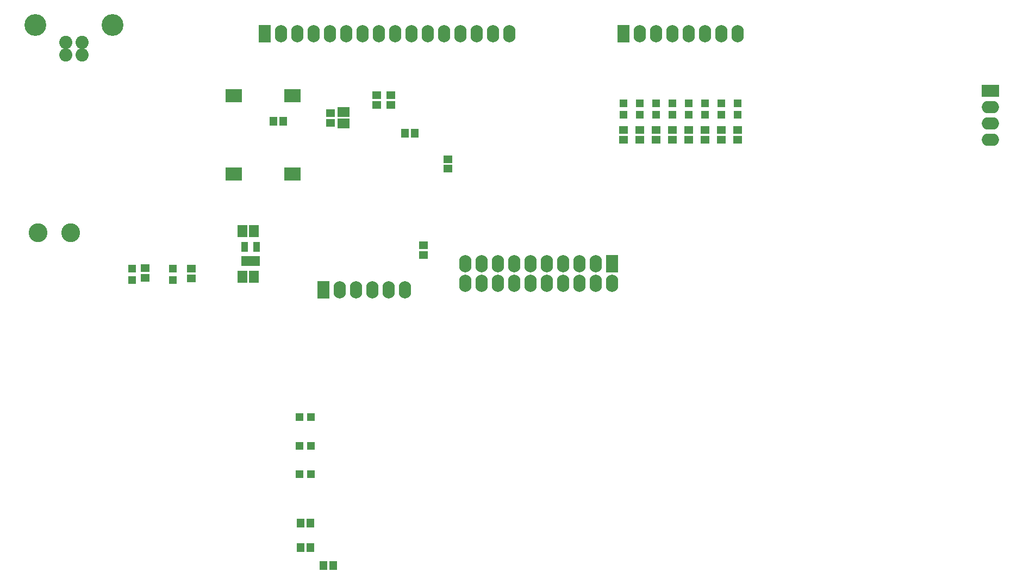
<source format=gts>
G04 #@! TF.FileFunction,Soldermask,Top*
%FSLAX46Y46*%
G04 Gerber Fmt 4.6, Leading zero omitted, Abs format (unit mm)*
G04 Created by KiCad (PCBNEW 4.0.7) date 07/13/20 01:40:00*
%MOMM*%
%LPD*%
G01*
G04 APERTURE LIST*
%ADD10C,0.100000*%
%ADD11R,1.924000X2.686000*%
%ADD12O,1.924000X2.686000*%
%ADD13R,1.350000X1.300000*%
%ADD14R,1.550000X1.850000*%
%ADD15R,1.300000X1.350000*%
%ADD16R,1.850000X1.550000*%
%ADD17R,1.200100X1.299160*%
%ADD18R,2.686000X1.924000*%
%ADD19O,2.686000X1.924000*%
%ADD20R,1.400000X1.250000*%
%ADD21R,1.250000X1.400000*%
%ADD22R,2.590000X2.000000*%
%ADD23R,1.000000X1.500000*%
%ADD24C,2.050000*%
%ADD25C,3.400000*%
%ADD26C,2.940000*%
%ADD27R,1.299160X1.200100*%
G04 APERTURE END LIST*
D10*
D11*
X193802000Y-68834000D03*
D12*
X191262000Y-68834000D03*
X188722000Y-68834000D03*
X186182000Y-68834000D03*
X183642000Y-68834000D03*
X181102000Y-68834000D03*
X178562000Y-68834000D03*
X176022000Y-68834000D03*
X173482000Y-68834000D03*
X170942000Y-68834000D03*
X193802000Y-71882000D03*
X191262000Y-71882000D03*
X188722000Y-71882000D03*
X186182000Y-71882000D03*
X183642000Y-71882000D03*
X181102000Y-71882000D03*
X178562000Y-71882000D03*
X176022000Y-71882000D03*
X173482000Y-71882000D03*
X170942000Y-71882000D03*
D13*
X149987000Y-46851000D03*
X149987000Y-45351000D03*
X168211500Y-52526500D03*
X168211500Y-54026500D03*
D14*
X136260000Y-70866000D03*
X138060000Y-70866000D03*
D15*
X163056000Y-48514000D03*
X161556000Y-48514000D03*
D14*
X136260000Y-63754000D03*
X138060000Y-63754000D03*
D16*
X152019000Y-45201000D03*
X152019000Y-47001000D03*
D13*
X157162500Y-42557000D03*
X157162500Y-44057000D03*
X159321500Y-42557000D03*
X159321500Y-44057000D03*
D17*
X119062500Y-69585840D03*
X119062500Y-71384160D03*
X125412500Y-69585840D03*
X125412500Y-71384160D03*
D11*
X195580000Y-33020000D03*
D12*
X198120000Y-33020000D03*
X200660000Y-33020000D03*
X203200000Y-33020000D03*
X205740000Y-33020000D03*
X208280000Y-33020000D03*
X210820000Y-33020000D03*
X213360000Y-33020000D03*
D11*
X139700000Y-33020000D03*
D12*
X142240000Y-33020000D03*
X144780000Y-33020000D03*
X147320000Y-33020000D03*
X149860000Y-33020000D03*
X152400000Y-33020000D03*
X154940000Y-33020000D03*
X157480000Y-33020000D03*
X160020000Y-33020000D03*
X162560000Y-33020000D03*
X165100000Y-33020000D03*
X167640000Y-33020000D03*
X170180000Y-33020000D03*
X172720000Y-33020000D03*
X175260000Y-33020000D03*
X177800000Y-33020000D03*
D18*
X252730000Y-41910000D03*
D19*
X252730000Y-44450000D03*
X252730000Y-46990000D03*
X252730000Y-49530000D03*
D11*
X148844000Y-72898000D03*
D12*
X151384000Y-72898000D03*
X153924000Y-72898000D03*
X156464000Y-72898000D03*
X159004000Y-72898000D03*
X161544000Y-72898000D03*
D20*
X121094500Y-69481000D03*
X121094500Y-70981000D03*
X128270000Y-69608000D03*
X128270000Y-71108000D03*
D21*
X142609000Y-46609000D03*
X141109000Y-46609000D03*
D20*
X164465000Y-65925000D03*
X164465000Y-67425000D03*
D22*
X144041000Y-42672000D03*
X134851000Y-42672000D03*
X134851000Y-54864000D03*
X144041000Y-54864000D03*
D23*
X136591000Y-68410000D03*
X138491000Y-68410000D03*
X137541000Y-68410000D03*
X138491000Y-66210000D03*
X136591000Y-66210000D03*
D24*
X111232000Y-34333000D03*
X108732000Y-34333000D03*
X111232000Y-36333000D03*
D25*
X103982000Y-31623000D03*
X115982000Y-31623000D03*
D24*
X108732000Y-36333000D03*
D26*
X104394000Y-64008000D03*
X109474000Y-64008000D03*
D27*
X145150840Y-101600000D03*
X146949160Y-101600000D03*
X145150840Y-92710000D03*
X146949160Y-92710000D03*
X145150840Y-97155000D03*
X146949160Y-97155000D03*
D21*
X145300000Y-109220000D03*
X146800000Y-109220000D03*
X145300000Y-113030000D03*
X146800000Y-113030000D03*
X148856000Y-115824000D03*
X150356000Y-115824000D03*
D17*
X195580000Y-43804840D03*
X195580000Y-45603160D03*
X198120000Y-43804840D03*
X198120000Y-45603160D03*
X200660000Y-43804840D03*
X200660000Y-45603160D03*
X203200000Y-43804840D03*
X203200000Y-45603160D03*
X205740000Y-43804840D03*
X205740000Y-45603160D03*
X208280000Y-43804840D03*
X208280000Y-45603160D03*
X210820000Y-43804840D03*
X210820000Y-45603160D03*
X213360000Y-43804840D03*
X213360000Y-45603160D03*
D20*
X195580000Y-48018000D03*
X195580000Y-49518000D03*
X198120000Y-48018000D03*
X198120000Y-49518000D03*
X200660000Y-48018000D03*
X200660000Y-49518000D03*
X203200000Y-48018000D03*
X203200000Y-49518000D03*
X205740000Y-48018000D03*
X205740000Y-49518000D03*
X208280000Y-48018000D03*
X208280000Y-49518000D03*
X210820000Y-48018000D03*
X210820000Y-49518000D03*
X213360000Y-48018000D03*
X213360000Y-49518000D03*
M02*

</source>
